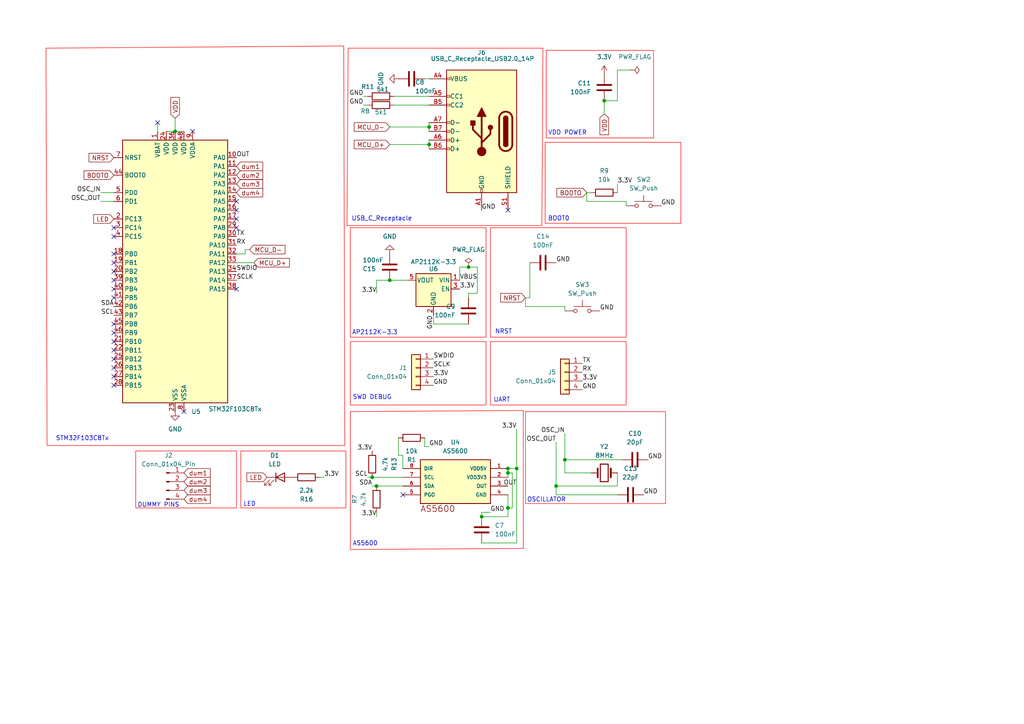
<source format=kicad_sch>
(kicad_sch (version 20250114) (generator "eeschema") (generator_version "9.0")
  (paper "A4")
  (lib_symbols
    (symbol "AS5600:AS5600" (pin_names (offset 1.016))
      (property "Reference" "U" (at 0 0 0))
      (property "Value" "AS5600" (at 0 0 0))
      (symbol "AS5600_0_0"
        (rectangle (start -10.16 -7.62) (end 10.16 5.08) (stroke (width 0.254)) (fill (type background)))
        (text "AS5600" (at 0 -10.16 0) (effects (font (size 1.778 1.778)) (justify left bottom)))
        (pin power_in line (at -15.24 2.54 0) (length 5.08) (name "VDD5V") (number "1"))
        (pin power_in line (at -15.24 0 0) (length 5.08) (name "VDD3V3") (number "2"))
        (pin output line (at -15.24 -2.54 0) (length 5.08) (name "OUT") (number "3"))
        (pin power_in line (at -15.24 -5.08 0) (length 5.08) (name "GND") (number "4"))
        (pin input line (at 15.24 2.54 180) (length 5.08) (name "DIR") (number "8"))
        (pin input line (at 15.24 0 180) (length 5.08) (name "SCL") (number "7"))
        (pin bidirectional line (at 15.24 -2.54 180) (length 5.08) (name "SDA") (number "6"))
        (pin input line (at 15.24 -5.08 180) (length 5.08) (name "PGO") (number "5"))
      )
    )
    (symbol "Connector:Conn_01x04_Pin" (pin_names (offset 1.016) (hide yes))
      (property "Reference" "J" (at 0 5.08 0))
      (property "Value" "Conn_01x04_Pin" (at 0 -7.62 0))
      (symbol "Conn_01x04_Pin_1_1"
        (rectangle (start 0.8636 2.667) (end 0 2.413) (stroke (width 0.1524)) (fill (type outline)))
        (rectangle (start 0.8636 0.127) (end 0 -0.127) (stroke (width 0.1524)) (fill (type outline)))
        (rectangle (start 0.8636 -2.413) (end 0 -2.667) (stroke (width 0.1524)) (fill (type outline)))
        (rectangle (start 0.8636 -4.953) (end 0 -5.207) (stroke (width 0.1524)) (fill (type outline)))
        (polyline (pts (xy 1.27 2.54) (xy 0.8636 2.54)) (stroke (width 0.1524)))
        (polyline (pts (xy 1.27 0) (xy 0.8636 0)) (stroke (width 0.1524)))
        (polyline (pts (xy 1.27 -2.54) (xy 0.8636 -2.54)) (stroke (width 0.1524)))
        (polyline (pts (xy 1.27 -5.08) (xy 0.8636 -5.08)) (stroke (width 0.1524)))
        (pin passive line (at 5.08 2.54 180) (length 3.81) (name "Pin_1") (number "1"))
        (pin passive line (at 5.08 0 180) (length 3.81) (name "Pin_2") (number "2"))
        (pin passive line (at 5.08 -2.54 180) (length 3.81) (name "Pin_3") (number "3"))
        (pin passive line (at 5.08 -5.08 180) (length 3.81) (name "Pin_4") (number "4"))
      )
    )
    (symbol "Connector:USB_C_Receptacle_USB2.0_14P" (pin_names (offset 1.016))
      (property "Reference" "J" (at 0 22.225 0))
      (property "Value" "USB_C_Receptacle_USB2.0_14P" (at 0 19.685 0))
      (symbol "USB_C_Receptacle_USB2.0_14P_0_0"
        (rectangle (start -0.254 -17.78) (end 0.254 -16.764))
        (rectangle (start 10.16 15.494) (end 9.144 14.986))
        (rectangle (start 10.16 10.414) (end 9.144 9.906))
        (rectangle (start 10.16 7.874) (end 9.144 7.366))
        (rectangle (start 10.16 2.794) (end 9.144 2.286))
        (rectangle (start 10.16 0.254) (end 9.144 -0.254))
        (rectangle (start 10.16 -2.286) (end 9.144 -2.794))
        (rectangle (start 10.16 -4.826) (end 9.144 -5.334))
      )
      (symbol "USB_C_Receptacle_USB2.0_14P_0_1"
        (rectangle (start -10.16 17.78) (end 10.16 -17.78) (stroke (width 0.254)) (fill (type background)))
        (polyline (pts (xy -8.89 -3.81) (xy -8.89 3.81)) (stroke (width 0.508)))
        (rectangle (start -7.62 -3.81) (end -6.35 3.81) (stroke (width 0.254)) (fill (type outline)))
        (arc (start -7.62 3.81) (mid -6.985 4.4423) (end -6.35 3.81) (stroke (width 0.254)))
        (arc (start -7.62 3.81) (mid -6.985 4.4423) (end -6.35 3.81) (stroke (width 0.254)) (fill (type outline)))
        (arc (start -8.89 3.81) (mid -6.985 5.7067) (end -5.08 3.81) (stroke (width 0.508)))
        (arc (start -5.08 -3.81) (mid -6.985 -5.7067) (end -8.89 -3.81) (stroke (width 0.508)))
        (arc (start -6.35 -3.81) (mid -6.985 -4.4423) (end -7.62 -3.81) (stroke (width 0.254)))
        (arc (start -6.35 -3.81) (mid -6.985 -4.4423) (end -7.62 -3.81) (stroke (width 0.254)) (fill (type outline)))
        (polyline (pts (xy -5.08 3.81) (xy -5.08 -3.81)) (stroke (width 0.508)))
        (circle (center -2.54 1.143) (radius 0.635) (stroke (width 0.254)) (fill (type outline)))
        (polyline (pts (xy -1.27 4.318) (xy 0 6.858) (xy 1.27 4.318) (xy -1.27 4.318)) (stroke (width 0.254)) (fill (type outline)))
        (polyline (pts (xy 0 -2.032) (xy 2.54 0.508) (xy 2.54 1.778)) (stroke (width 0.508)))
        (polyline (pts (xy 0 -3.302) (xy -2.54 -0.762) (xy -2.54 0.508)) (stroke (width 0.508)))
        (polyline (pts (xy 0 -5.842) (xy 0 4.318)) (stroke (width 0.508)))
        (circle (center 0 -5.842) (radius 1.27) (fill (type outline)))
        (rectangle (start 1.905 1.778) (end 3.175 3.048) (stroke (width 0.254)) (fill (type outline)))
      )
      (symbol "USB_C_Receptacle_USB2.0_14P_1_1"
        (pin passive line (at -7.62 -22.86 90) (length 5.08) (name "SHIELD") (number "S1"))
        (pin passive line (at 0 -22.86 90) (length 5.08) (name "GND") (number "A1"))
        (pin passive line (at 0 -22.86 90) (length 5.08) (hide yes) (name "GND") (number "A12"))
        (pin passive line (at 0 -22.86 90) (length 5.08) (hide yes) (name "GND") (number "B1"))
        (pin passive line (at 0 -22.86 90) (length 5.08) (hide yes) (name "GND") (number "B12"))
        (pin passive line (at 15.24 15.24 180) (length 5.08) (name "VBUS") (number "A4"))
        (pin passive line (at 15.24 15.24 180) (length 5.08) (hide yes) (name "VBUS") (number "A9"))
        (pin passive line (at 15.24 15.24 180) (length 5.08) (hide yes) (name "VBUS") (number "B4"))
        (pin passive line (at 15.24 15.24 180) (length 5.08) (hide yes) (name "VBUS") (number "B9"))
        (pin bidirectional line (at 15.24 10.16 180) (length 5.08) (name "CC1") (number "A5"))
        (pin bidirectional line (at 15.24 7.62 180) (length 5.08) (name "CC2") (number "B5"))
        (pin bidirectional line (at 15.24 2.54 180) (length 5.08) (name "D-") (number "A7"))
        (pin bidirectional line (at 15.24 0 180) (length 5.08) (name "D-") (number "B7"))
        (pin bidirectional line (at 15.24 -2.54 180) (length 5.08) (name "D+") (number "A6"))
        (pin bidirectional line (at 15.24 -5.08 180) (length 5.08) (name "D+") (number "B6"))
      )
    )
    (symbol "Connector_Generic:Conn_01x04" (pin_names (offset 1.016) (hide yes))
      (property "Reference" "J" (at 0 5.08 0))
      (property "Value" "Conn_01x04" (at 0 -7.62 0))
      (symbol "Conn_01x04_1_1"
        (rectangle (start -1.27 3.81) (end 1.27 -6.35) (stroke (width 0.254)) (fill (type background)))
        (rectangle (start -1.27 2.667) (end 0 2.413) (stroke (width 0.1524)))
        (rectangle (start -1.27 0.127) (end 0 -0.127) (stroke (width 0.1524)))
        (rectangle (start -1.27 -2.413) (end 0 -2.667) (stroke (width 0.1524)))
        (rectangle (start -1.27 -4.953) (end 0 -5.207) (stroke (width 0.1524)))
        (pin passive line (at -5.08 2.54 0) (length 3.81) (name "Pin_1") (number "1"))
        (pin passive line (at -5.08 0 0) (length 3.81) (name "Pin_2") (number "2"))
        (pin passive line (at -5.08 -2.54 0) (length 3.81) (name "Pin_3") (number "3"))
        (pin passive line (at -5.08 -5.08 0) (length 3.81) (name "Pin_4") (number "4"))
      )
    )
    (symbol "Device:C" (pin_numbers (hide yes)) (pin_names (offset 0.254))
      (property "Reference" "C" (at 0.635 2.54 0))
      (property "Value" "C" (at 0.635 -2.54 0))
      (symbol "C_0_1"
        (polyline (pts (xy -2.032 0.762) (xy 2.032 0.762)) (stroke (width 0.508)))
        (polyline (pts (xy -2.032 -0.762) (xy 2.032 -0.762)) (stroke (width 0.508)))
      )
      (symbol "C_1_1"
        (pin passive line (at 0 3.81 270) (length 2.794) (name "~") (number "1"))
        (pin passive line (at 0 -3.81 90) (length 2.794) (name "~") (number "2"))
      )
    )
    (symbol "Device:Crystal" (pin_numbers (hide yes)) (pin_names (offset 1.016) (hide yes))
      (property "Reference" "Y" (at 0 3.81 0))
      (property "Value" "Crystal" (at 0 -3.81 0))
      (symbol "Crystal_0_1"
        (polyline (pts (xy -2.54 0) (xy -1.905 0)))
        (polyline (pts (xy -1.905 -1.27) (xy -1.905 1.27)) (stroke (width 0.508)))
        (rectangle (start -1.143 2.54) (end 1.143 -2.54) (stroke (width 0.3048)))
        (polyline (pts (xy 1.905 -1.27) (xy 1.905 1.27)) (stroke (width 0.508)))
        (polyline (pts (xy 2.54 0) (xy 1.905 0)))
      )
      (symbol "Crystal_1_1"
        (pin passive line (at -3.81 0 0) (length 1.27) (name "1") (number "1"))
        (pin passive line (at 3.81 0 180) (length 1.27) (name "2") (number "2"))
      )
    )
    (symbol "Device:LED" (pin_numbers (hide yes)) (pin_names (offset 1.016) (hide yes))
      (property "Reference" "D" (at 0 2.54 0))
      (property "Value" "LED" (at 0 -2.54 0))
      (symbol "LED_0_1"
        (polyline (pts (xy -3.048 -0.762) (xy -4.572 -2.286) (xy -3.81 -2.286) (xy -4.572 -2.286) (xy -4.572 -1.524)))
        (polyline (pts (xy -1.778 -0.762) (xy -3.302 -2.286) (xy -2.54 -2.286) (xy -3.302 -2.286) (xy -3.302 -1.524)))
        (polyline (pts (xy -1.27 0) (xy 1.27 0)))
        (polyline (pts (xy -1.27 -1.27) (xy -1.27 1.27)) (stroke (width 0.254)))
        (polyline (pts (xy 1.27 -1.27) (xy 1.27 1.27) (xy -1.27 0) (xy 1.27 -1.27)) (stroke (width 0.254)))
      )
      (symbol "LED_1_1"
        (pin passive line (at -3.81 0 0) (length 2.54) (name "K") (number "1"))
        (pin passive line (at 3.81 0 180) (length 2.54) (name "A") (number "2"))
      )
    )
    (symbol "Device:R" (pin_numbers (hide yes)) (pin_names (offset 0))
      (property "Reference" "R" (at 2.032 0 90))
      (property "Value" "R" (at 0 0 90))
      (symbol "R_0_1"
        (rectangle (start -1.016 -2.54) (end 1.016 2.54) (stroke (width 0.254)))
      )
      (symbol "R_1_1"
        (pin passive line (at 0 3.81 270) (length 1.27) (name "~") (number "1"))
        (pin passive line (at 0 -3.81 90) (length 1.27) (name "~") (number "2"))
      )
    )
    (symbol "MCU_ST_STM32F1:STM32F103C8Tx"
      (property "Reference" "U" (at -15.24 39.37 0))
      (property "Value" "STM32F103C8Tx" (at 7.62 39.37 0))
      (symbol "STM32F103C8Tx_0_1"
        (rectangle (start -15.24 -38.1) (end 15.24 38.1) (stroke (width 0.254)) (fill (type background)))
      )
      (symbol "STM32F103C8Tx_1_1"
        (pin input line (at -17.78 33.02 0) (length 2.54) (name "NRST") (number "7"))
        (pin input line (at -17.78 27.94 0) (length 2.54) (name "BOOT0") (number "44"))
        (pin bidirectional line (at -17.78 22.86 0) (length 2.54) (name "PD0") (number "5"))
        (pin bidirectional line (at -17.78 20.32 0) (length 2.54) (name "PD1") (number "6"))
        (pin bidirectional line (at -17.78 15.24 0) (length 2.54) (name "PC13") (number "2"))
        (pin bidirectional line (at -17.78 12.7 0) (length 2.54) (name "PC14") (number "3"))
        (pin bidirectional line (at -17.78 10.16 0) (length 2.54) (name "PC15") (number "4"))
        (pin bidirectional line (at -17.78 5.08 0) (length 2.54) (name "PB0") (number "18"))
        (pin bidirectional line (at -17.78 2.54 0) (length 2.54) (name "PB1") (number "19"))
        (pin bidirectional line (at -17.78 0 0) (length 2.54) (name "PB2") (number "20"))
        (pin bidirectional line (at -17.78 -2.54 0) (length 2.54) (name "PB3") (number "39"))
        (pin bidirectional line (at -17.78 -5.08 0) (length 2.54) (name "PB4") (number "40"))
        (pin bidirectional line (at -17.78 -7.62 0) (length 2.54) (name "PB5") (number "41"))
        (pin bidirectional line (at -17.78 -10.16 0) (length 2.54) (name "PB6") (number "42"))
        (pin bidirectional line (at -17.78 -12.7 0) (length 2.54) (name "PB7") (number "43"))
        (pin bidirectional line (at -17.78 -15.24 0) (length 2.54) (name "PB8") (number "45"))
        (pin bidirectional line (at -17.78 -17.78 0) (length 2.54) (name "PB9") (number "46"))
        (pin bidirectional line (at -17.78 -20.32 0) (length 2.54) (name "PB10") (number "21"))
        (pin bidirectional line (at -17.78 -22.86 0) (length 2.54) (name "PB11") (number "22"))
        (pin bidirectional line (at -17.78 -25.4 0) (length 2.54) (name "PB12") (number "25"))
        (pin bidirectional line (at -17.78 -27.94 0) (length 2.54) (name "PB13") (number "26"))
        (pin bidirectional line (at -17.78 -30.48 0) (length 2.54) (name "PB14") (number "27"))
        (pin bidirectional line (at -17.78 -33.02 0) (length 2.54) (name "PB15") (number "28"))
        (pin power_in line (at -5.08 40.64 270) (length 2.54) (name "VBAT") (number "1"))
        (pin power_in line (at -2.54 40.64 270) (length 2.54) (name "VDD") (number "24"))
        (pin power_in line (at 0 40.64 270) (length 2.54) (name "VDD") (number "36"))
        (pin power_in line (at 0 -40.64 90) (length 2.54) (name "VSS") (number "23"))
        (pin passive line (at 0 -40.64 90) (length 2.54) (hide yes) (name "VSS") (number "35"))
        (pin passive line (at 0 -40.64 90) (length 2.54) (hide yes) (name "VSS") (number "47"))
        (pin power_in line (at 2.54 40.64 270) (length 2.54) (name "VDD") (number "48"))
        (pin power_in line (at 2.54 -40.64 90) (length 2.54) (name "VSSA") (number "8"))
        (pin power_in line (at 5.08 40.64 270) (length 2.54) (name "VDDA") (number "9"))
        (pin bidirectional line (at 17.78 33.02 180) (length 2.54) (name "PA0") (number "10"))
        (pin bidirectional line (at 17.78 30.48 180) (length 2.54) (name "PA1") (number "11"))
        (pin bidirectional line (at 17.78 27.94 180) (length 2.54) (name "PA2") (number "12"))
        (pin bidirectional line (at 17.78 25.4 180) (length 2.54) (name "PA3") (number "13"))
        (pin bidirectional line (at 17.78 22.86 180) (length 2.54) (name "PA4") (number "14"))
        (pin bidirectional line (at 17.78 20.32 180) (length 2.54) (name "PA5") (number "15"))
        (pin bidirectional line (at 17.78 17.78 180) (length 2.54) (name "PA6") (number "16"))
        (pin bidirectional line (at 17.78 15.24 180) (length 2.54) (name "PA7") (number "17"))
        (pin bidirectional line (at 17.78 12.7 180) (length 2.54) (name "PA8") (number "29"))
        (pin bidirectional line (at 17.78 10.16 180) (length 2.54) (name "PA9") (number "30"))
        (pin bidirectional line (at 17.78 7.62 180) (length 2.54) (name "PA10") (number "31"))
        (pin bidirectional line (at 17.78 5.08 180) (length 2.54) (name "PA11") (number "32"))
        (pin bidirectional line (at 17.78 2.54 180) (length 2.54) (name "PA12") (number "33"))
        (pin bidirectional line (at 17.78 0 180) (length 2.54) (name "PA13") (number "34"))
        (pin bidirectional line (at 17.78 -2.54 180) (length 2.54) (name "PA14") (number "37"))
        (pin bidirectional line (at 17.78 -5.08 180) (length 2.54) (name "PA15") (number "38"))
      )
    )
    (symbol "Regulator_Linear:AP2112K-3.3" (pin_names (offset 0.254))
      (property "Reference" "U" (at -5.08 5.715 0))
      (property "Value" "AP2112K-3.3" (at 0 5.715 0))
      (symbol "AP2112K-3.3_0_1"
        (rectangle (start -5.08 4.445) (end 5.08 -5.08) (stroke (width 0.254)) (fill (type background)))
      )
      (symbol "AP2112K-3.3_1_1"
        (pin power_in line (at -7.62 2.54 0) (length 2.54) (name "VIN") (number "1"))
        (pin input line (at -7.62 0 0) (length 2.54) (name "EN") (number "3"))
        (pin power_in line (at 0 -7.62 90) (length 2.54) (name "GND") (number "2"))
        (pin no_connect line (at 5.08 0 180) (length 2.54) (hide yes) (name "NC") (number "4"))
        (pin power_out line (at 7.62 2.54 180) (length 2.54) (name "VOUT") (number "5"))
      )
    )
    (symbol "Switch:SW_Push" (pin_numbers (hide yes)) (pin_names (offset 1.016) (hide yes))
      (property "Reference" "SW" (at 1.27 2.54 0))
      (property "Value" "SW_Push" (at 0 -1.524 0))
      (symbol "SW_Push_0_1"
        (circle (center -2.032 0) (radius 0.508))
        (polyline (pts (xy 0 1.27) (xy 0 3.048)))
        (circle (center 2.032 0) (radius 0.508))
        (polyline (pts (xy 2.54 1.27) (xy -2.54 1.27)))
        (pin passive line (at -5.08 0 0) (length 2.54) (name "1") (number "1"))
        (pin passive line (at 5.08 0 180) (length 2.54) (name "2") (number "2"))
      )
    )
    (symbol "power:+3.3V" (power) (pin_numbers (hide yes)) (pin_names (offset 0) (hide yes))
      (property "Value" "+3.3V" (at 0 3.556 0))
      (symbol "+3.3V_0_1"
        (polyline (pts (xy -0.762 1.27) (xy 0 2.54)))
        (polyline (pts (xy 0 2.54) (xy 0.762 1.27)))
        (polyline (pts (xy 0 0) (xy 0 2.54)))
      )
      (symbol "+3.3V_1_1"
        (pin power_in line (at 0 0 90) (length 0) (name "~") (number "1"))
      )
    )
    (symbol "power:GND" (power) (pin_numbers (hide yes)) (pin_names (offset 0) (hide yes))
      (property "Value" "GND" (at 0 -3.81 0))
      (symbol "GND_0_1"
        (polyline (pts (xy 0 0) (xy 0 -1.27) (xy 1.27 -1.27) (xy 0 -2.54) (xy -1.27 -1.27) (xy 0 -1.27)))
      )
      (symbol "GND_1_1"
        (pin power_in line (at 0 0 270) (length 0) (name "~") (number "1"))
      )
    )
    (symbol "power:PWR_FLAG" (power) (pin_numbers (hide yes)) (pin_names (offset 0) (hide yes))
      (property "Value" "PWR_FLAG" (at 0 3.81 0))
      (symbol "PWR_FLAG_0_0"
        (pin power_out line (at 0 0 90) (length 0) (name "~") (number "1"))
      )
      (symbol "PWR_FLAG_0_1"
        (polyline (pts (xy 0 0) (xy 0 1.27) (xy -1.016 1.905) (xy 0 2.54) (xy 1.016 1.905) (xy 0 1.27)))
      )
    )
  )
  (text "VDD POWER\n" (at 164.592 38.608 0) (effects (font (size 1.27 1.27))))
  (text "AP2112K-3.3\n" (at 108.712 96.52 0) (effects (font (size 1.27 1.27))))
  (text "UART\n" (at 145.542 116.078 0) (effects (font (size 1.27 1.27))))
  (text "STM32F103C8Tx" (at 23.876 127.254 0) (effects (font (size 1.27 1.27))))
  (text "DUMMY PINS\n" (at 45.974 146.558 0) (effects (font (size 1.27 1.27))))
  (text "BOOT0\n\n" (at 162.052 64.516 0) (effects (font (size 1.27 1.27))))
  (text "USB_C_Receptacle\n" (at 110.744 63.5 0) (effects (font (size 1.27 1.27))))
  (text "LED\n" (at 72.39 146.304 0) (effects (font (size 1.27 1.27))))
  (text "NRST\n" (at 146.05 96.266 0) (effects (font (size 1.27 1.27))))
  (text "SWD DEBUG\n\n" (at 107.95 116.332 0) (effects (font (size 1.27 1.27))))
  (text "OSCILLATOR\n" (at 158.496 145.034 0) (effects (font (size 1.27 1.27))))
  (text "AS5600\n" (at 105.918 157.734 0) (effects (font (size 1.27 1.27))))
  (junction (at 113.03 81.28))
  (junction (at 149.86 135.89))
  (junction (at 124.46 36.83))
  (junction (at 163.83 133.35))
  (junction (at 135.89 77.47))
  (junction (at 109.22 140.97))
  (junction (at 161.29 140.97))
  (junction (at 147.32 147.32))
  (junction (at 50.8 38.1))
  (junction (at 124.46 41.91))
  (junction (at 139.7 149.86))
  (junction (at 147.32 137.16))
  (junction (at 107.95 138.43))
  (junction (at 147.32 135.89))
  (junction (at 175.26 29.21))
  (no_connect (at 33.02 86.36))
  (no_connect (at 33.02 73.66))
  (no_connect (at 116.84 143.51))
  (no_connect (at 68.58 66.04))
  (no_connect (at 68.58 63.5))
  (no_connect (at 33.02 109.22))
  (no_connect (at 33.02 106.68))
  (no_connect (at 33.02 81.28))
  (no_connect (at 33.02 76.2))
  (no_connect (at 33.02 66.04))
  (no_connect (at 33.02 68.58))
  (no_connect (at 45.72 35.56))
  (no_connect (at 147.32 60.96))
  (no_connect (at 55.88 38.1))
  (no_connect (at 33.02 101.6))
  (no_connect (at 33.02 93.98))
  (no_connect (at 68.58 83.82))
  (no_connect (at 33.02 99.06))
  (no_connect (at 33.02 78.74))
  (no_connect (at 33.02 96.52))
  (no_connect (at 33.02 104.14))
  (no_connect (at 53.34 119.38))
  (no_connect (at 33.02 83.82))
  (no_connect (at 33.02 111.76))
  (no_connect (at 68.58 60.96))
  (no_connect (at 68.58 58.42))
  (wire (pts (xy 124.46 41.91) (xy 124.46 43.18)))
  (wire (pts (xy 135.89 86.36) (xy 135.89 85.09)))
  (wire (pts (xy 124.46 40.64) (xy 124.46 41.91)))
  (wire (pts (xy 116.84 132.08) (xy 116.84 135.89)))
  (wire (pts (xy 72.39 72.39) (xy 71.12 72.39)))
  (wire (pts (xy 123.19 22.86) (xy 124.46 22.86)))
  (wire (pts (xy 147.32 149.86) (xy 139.7 149.86)))
  (wire (pts (xy 161.29 140.97) (xy 161.29 143.51)))
  (wire (pts (xy 71.12 73.66) (xy 68.58 73.66)))
  (wire (pts (xy 142.24 148.59) (xy 139.7 148.59)))
  (wire (pts (xy 180.34 133.35) (xy 163.83 133.35)))
  (wire (pts (xy 163.83 137.16) (xy 163.83 133.35)))
  (wire (pts (xy 139.7 157.48) (xy 149.86 157.48)))
  (wire (pts (xy 106.68 27.94) (xy 105.41 27.94)))
  (wire (pts (xy 179.07 53.34) (xy 179.07 55.88)))
  (wire (pts (xy 153.67 86.36) (xy 152.4 86.36)))
  (wire (pts (xy 109.22 149.86) (xy 109.22 148.59)))
  (wire (pts (xy 92.71 138.43) (xy 93.98 138.43)))
  (wire (pts (xy 109.22 140.97) (xy 116.84 140.97)))
  (wire (pts (xy 147.32 147.32) (xy 147.32 149.86)))
  (wire (pts (xy 161.29 128.27) (xy 161.29 140.97)))
  (wire (pts (xy 149.86 124.46) (xy 149.86 135.89)))
  (wire (pts (xy 147.32 137.16) (xy 147.32 138.43)))
  (wire (pts (xy 106.68 30.48) (xy 105.41 30.48)))
  (wire (pts (xy 149.86 135.89) (xy 149.86 157.48)))
  (wire (pts (xy 107.95 140.97) (xy 109.22 140.97)))
  (wire (pts (xy 109.22 85.09) (xy 109.22 81.28)))
  (wire (pts (xy 147.32 147.32) (xy 148.59 147.32)))
  (wire (pts (xy 135.89 85.09) (xy 138.43 85.09)))
  (wire (pts (xy 179.07 20.32) (xy 182.88 20.32)))
  (wire (pts (xy 124.46 35.56) (xy 124.46 36.83)))
  (wire (pts (xy 170.18 55.88) (xy 170.18 58.42)))
  (wire (pts (xy 138.43 77.47) (xy 135.89 77.47)))
  (wire (pts (xy 48.26 38.1) (xy 50.8 38.1)))
  (wire (pts (xy 124.46 30.48) (xy 114.3 30.48)))
  (wire (pts (xy 152.4 88.9) (xy 163.83 88.9)))
  (wire (pts (xy 107.95 138.43) (xy 116.84 138.43)))
  (wire (pts (xy 146.05 140.97) (xy 147.32 140.97)))
  (wire (pts (xy 116.84 132.08) (xy 115.57 132.08)))
  (wire (pts (xy 29.21 55.88) (xy 33.02 55.88)))
  (wire (pts (xy 45.72 35.56) (xy 45.72 38.1)))
  (wire (pts (xy 71.12 72.39) (xy 71.12 73.66)))
  (wire (pts (xy 163.83 133.35) (xy 163.83 125.73)))
  (wire (pts (xy 133.35 77.47) (xy 133.35 81.28)))
  (wire (pts (xy 73.66 76.2) (xy 68.58 76.2)))
  (wire (pts (xy 113.03 41.91) (xy 124.46 41.91)))
  (wire (pts (xy 147.32 143.51) (xy 147.32 147.32)))
  (wire (pts (xy 153.67 76.2) (xy 153.67 86.36)))
  (wire (pts (xy 175.26 29.21) (xy 179.07 29.21)))
  (wire (pts (xy 135.89 77.47) (xy 133.35 77.47)))
  (wire (pts (xy 124.46 27.94) (xy 114.3 27.94)))
  (wire (pts (xy 179.07 20.32) (xy 179.07 29.21)))
  (wire (pts (xy 50.8 34.29) (xy 50.8 38.1)))
  (wire (pts (xy 125.73 91.44) (xy 125.73 93.98)))
  (wire (pts (xy 152.4 86.36) (xy 152.4 88.9)))
  (wire (pts (xy 179.07 143.51) (xy 161.29 143.51)))
  (wire (pts (xy 107.95 138.43) (xy 106.68 138.43)))
  (wire (pts (xy 139.7 149.86) (xy 139.7 148.59)))
  (wire (pts (xy 115.57 127) (xy 115.57 132.08)))
  (wire (pts (xy 171.45 137.16) (xy 163.83 137.16)))
  (wire (pts (xy 149.86 135.89) (xy 147.32 135.89)))
  (wire (pts (xy 171.45 55.88) (xy 170.18 55.88)))
  (wire (pts (xy 147.32 135.89) (xy 147.32 137.16)))
  (wire (pts (xy 148.59 137.16) (xy 147.32 137.16)))
  (wire (pts (xy 124.46 36.83) (xy 124.46 38.1)))
  (wire (pts (xy 181.61 58.42) (xy 181.61 59.69)))
  (wire (pts (xy 124.46 129.54) (xy 123.19 129.54)))
  (wire (pts (xy 148.59 137.16) (xy 148.59 147.32)))
  (wire (pts (xy 29.21 58.42) (xy 33.02 58.42)))
  (wire (pts (xy 138.43 85.09) (xy 138.43 77.47)))
  (wire (pts (xy 113.03 81.28) (xy 118.11 81.28)))
  (wire (pts (xy 50.8 38.1) (xy 53.34 38.1)))
  (wire (pts (xy 170.18 58.42) (xy 181.61 58.42)))
  (wire (pts (xy 123.19 129.54) (xy 123.19 127)))
  (wire (pts (xy 179.07 140.97) (xy 179.07 137.16)))
  (wire (pts (xy 161.29 140.97) (xy 179.07 140.97)))
  (wire (pts (xy 135.89 93.98) (xy 125.73 93.98)))
  (wire (pts (xy 109.22 81.28) (xy 113.03 81.28)))
  (wire (pts (xy 163.83 88.9) (xy 163.83 90.17)))
  (wire (pts (xy 113.03 36.83) (xy 124.46 36.83)))
  (wire (pts (xy 175.26 29.21) (xy 175.26 33.02)))
  (label "SCL" (at 33.02 91.44 180))
  (label "SWDIO" (at 125.73 104.14 0))
  (label "OSC_OUT" (at 161.29 128.27 180))
  (label "GND" (at 125.73 111.76 0))
  (label "3.3V" (at 133.35 83.82 0))
  (label "TX" (at 168.91 105.41 0))
  (label "TX" (at 68.58 68.58 0))
  (label "GND" (at 187.96 133.35 0))
  (label "3.3V" (at 149.86 124.46 180))
  (label "SCLK" (at 68.58 81.28 0))
  (label "3.3V" (at 93.98 138.43 0))
  (label "OSC_IN" (at 29.21 55.88 180))
  (label "3.3V" (at 109.22 85.09 180))
  (label "SCLK" (at 125.73 106.68 0))
  (label "OUT" (at 68.58 45.72 0))
  (label "GND" (at 191.77 59.69 0))
  (label "3.3V" (at 179.07 53.34 0))
  (label "GND" (at 105.41 30.48 180))
  (label "GND" (at 139.7 60.96 0))
  (label "VBUS" (at 133.35 81.28 0))
  (label "GND" (at 105.41 27.94 180))
  (label "3.3V" (at 168.91 110.49 0))
  (label "OUT" (at 146.05 140.97 0))
  (label "SDA" (at 107.95 140.97 180))
  (label "RX" (at 68.58 71.12 0))
  (label "3.3V" (at 107.95 130.81 180))
  (label "GND" (at 168.91 113.03 0))
  (label "OSC_OUT" (at 29.21 58.42 180))
  (label "RX" (at 168.91 107.95 0))
  (label "GND" (at 173.99 90.17 0))
  (label "GND" (at 161.29 76.2 0))
  (label "GND" (at 125.73 91.44 270))
  (label "GND" (at 186.69 143.51 0))
  (label "3.3V" (at 109.22 149.86 180))
  (label "SCL" (at 106.68 138.43 180))
  (label "GND" (at 124.46 129.54 0))
  (label "GND" (at 142.24 148.59 0))
  (label "SDA" (at 33.02 88.9 180))
  (label "3.3V" (at 125.73 109.22 0))
  (label "OSC_IN" (at 163.83 125.73 180))
  (label "SWDIO" (at 68.58 78.74 0))
  (global_label "MCU_D+" (shape input) (at 113.03 41.91 180) (property "Intersheetrefs" "${INTERSHEET_REFS}" (effects (hide yes))))
  (global_label "VDD" (shape input) (at 175.26 33.02 270) (property "Intersheetrefs" "${INTERSHEET_REFS}" (effects (hide yes))))
  (global_label "dum1" (shape input) (at 53.34 137.16 0) (property "Intersheetrefs" "${INTERSHEET_REFS}" (effects (hide yes))))
  (global_label "BOOTO" (shape input) (at 33.02 50.8 180) (property "Intersheetrefs" "${INTERSHEET_REFS}" (effects (hide yes))))
  (global_label "VDD" (shape input) (at 50.8 34.29 90) (property "Intersheetrefs" "${INTERSHEET_REFS}" (effects (hide yes))))
  (global_label "dum2" (shape input) (at 68.58 50.8 0) (property "Intersheetrefs" "${INTERSHEET_REFS}" (effects (hide yes))))
  (global_label "dum3" (shape input) (at 68.58 53.34 0) (property "Intersheetrefs" "${INTERSHEET_REFS}" (effects (hide yes))))
  (global_label "NRST" (shape input) (at 33.02 45.72 180) (property "Intersheetrefs" "${INTERSHEET_REFS}" (effects (hide yes))))
  (global_label "LED" (shape input) (at 77.47 138.43 180) (property "Intersheetrefs" "${INTERSHEET_REFS}" (effects (hide yes))))
  (global_label "dum2" (shape input) (at 53.34 139.7 0) (property "Intersheetrefs" "${INTERSHEET_REFS}" (effects (hide yes))))
  (global_label "dum3" (shape input) (at 53.34 142.24 0) (property "Intersheetrefs" "${INTERSHEET_REFS}" (effects (hide yes))))
  (global_label "dum1" (shape input) (at 68.58 48.26 0) (property "Intersheetrefs" "${INTERSHEET_REFS}" (effects (hide yes))))
  (global_label "dum4" (shape input) (at 53.34 144.78 0) (property "Intersheetrefs" "${INTERSHEET_REFS}" (effects (hide yes))))
  (global_label "MCU_D-" (shape input) (at 72.39 72.39 0) (property "Intersheetrefs" "${INTERSHEET_REFS}" (effects (hide yes))))
  (global_label "MCU_D+" (shape input) (at 73.66 76.2 0) (property "Intersheetrefs" "${INTERSHEET_REFS}" (effects (hide yes))))
  (global_label "dum4" (shape input) (at 68.58 55.88 0) (property "Intersheetrefs" "${INTERSHEET_REFS}" (effects (hide yes))))
  (global_label "LED" (shape input) (at 33.02 63.5 180) (property "Intersheetrefs" "${INTERSHEET_REFS}" (effects (hide yes))))
  (global_label "MCU_D-" (shape input) (at 113.03 36.83 180) (property "Intersheetrefs" "${INTERSHEET_REFS}" (effects (hide yes))))
  (global_label "BOOTO" (shape input) (at 170.18 55.88 180) (property "Intersheetrefs" "${INTERSHEET_REFS}" (effects (hide yes))))
  (global_label "NRST" (shape input) (at 152.4 86.36 180) (property "Intersheetrefs" "${INTERSHEET_REFS}" (effects (hide yes))))
  (rule_area (polyline (pts (xy 157.48 13.97) (xy 100.965 13.97) (xy 100.6474 65.405) (xy 157.1624 65.405))))
  (rule_area (polyline (pts (xy 197.485 41.275) (xy 158.115 41.275) (xy 158.115 64.77) (xy 197.485 64.77))))
  (rule_area (polyline (pts (xy 69.85 130.81) (xy 100.33 130.81) (xy 100.33 147.32) (xy 69.85 147.32))))
  (rule_area (polyline (pts (xy 151.765 119.0625) (xy 101.6 119.38) (xy 101.6 159.385) (xy 151.765 159.0675))))
  (rule_area (polyline (pts (xy 181.61 66.04) (xy 142.24 66.04) (xy 142.24 97.79) (xy 181.61 97.79))))
  (rule_area (polyline (pts (xy 189.5476 14.605) (xy 158.4326 14.605) (xy 158.4325 40.005) (xy 189.5475 40.005))))
  (rule_area (polyline (pts (xy 181.61 99.06) (xy 142.24 99.06) (xy 142.24 117.475) (xy 181.61 117.475))))
  (rule_area (polyline (pts (xy 39.37 130.81) (xy 68.58 130.81) (xy 68.58 147.32) (xy 39.37 147.32))))
  (rule_area (polyline (pts (xy 193.04 119.38) (xy 152.4 119.38) (xy 152.4 146.05) (xy 193.04 146.05))))
  (rule_area (polyline (pts (xy 13.335 13.97) (xy 99.695 13.335) (xy 100.0124 129.2224) (xy 13.6524 129.2224))))
  (rule_area (polyline (pts (xy 140.97 66.04) (xy 101.6 66.04) (xy 101.6 97.79) (xy 140.97 97.79))))
  (rule_area (polyline (pts (xy 140.97 99.06) (xy 101.6 99.06) (xy 101.6 117.475) (xy 140.97 117.475))))
  (symbol (lib_id "power:GND") (at 50.8 119.38 0) (unit 1)
    (property "Reference" "#PWR02" (effects (hide yes)))
    (property "Value" "GND" (at 50.8 124.46 0))
    (property "Description" "Power symbol creates a global label with name \"GND\" , ground" (effects (hide yes)))
  )
  (symbol (lib_id "Device:C") (at 139.7 153.67 0) (unit 1)
    (property "Reference" "C7" (at 143.51 152.3999 0) (effects (justify left)))
    (property "Value" "100nF" (at 143.51 154.9399 0) (effects (justify left)))
    (property "Footprint" "Capacitor_SMD:C_0603_1608Metric_Pad1.08x0.95mm_HandSolder" (effects (hide yes)))
    (property "Description" "Unpolarized capacitor" (effects (hide yes)))
  )
  (symbol (lib_id "power:GND") (at 115.57 22.86 270) (unit 1)
    (property "Reference" "#PWR0101" (effects (hide yes)))
    (property "Value" "GND" (at 110.49 22.86 0))
    (property "Description" "Power symbol creates a global label with name \"GND\" , ground" (effects (hide yes)))
  )
  (symbol (lib_id "Device:R") (at 107.95 134.62 0) (mirror y) (unit 1)
    (property "Reference" "R13" (at 114.3 134.62 90))
    (property "Value" "4.7k" (at 111.76 134.62 90))
    (property "Footprint" "Resistor_SMD:R_0603_1608Metric_Pad0.98x0.95mm_HandSolder" (effects (hide yes)))
    (property "Description" "Resistor" (effects (hide yes)))
  )
  (symbol (lib_id "Device:C") (at 113.03 77.47 0) (mirror y) (unit 1)
    (property "Reference" "C15" (at 105.156 77.978 0) (effects (justify right)))
    (property "Value" "100nF" (at 105.156 75.438 0) (effects (justify right)))
    (property "Footprint" "Capacitor_SMD:C_0603_1608Metric_Pad1.08x0.95mm_HandSolder" (effects (hide yes)))
    (property "Description" "Unpolarized capacitor" (effects (hide yes)))
  )
  (symbol (lib_id "AS5600:AS5600") (at 132.08 138.43 0) (mirror y) (unit 1)
    (property "Reference" "U4" (at 132.0726 128.27 0))
    (property "Value" "AS5600" (at 132.0726 130.81 0))
    (property "Footprint" "AS5600:SOIC8" (effects (hide yes)))
    (property "MF" "Ams AG" (effects (hide yes)))
    (property "Description_1" "Hall Effect Sensor Rotary Position External Magnet, Not Included Gull Wing" (effects (hide yes)))
    (property "Package" "None" (effects (hide yes)))
    (property "Price" "None" (effects (hide yes)))
    (property "SnapEDA_Link" "https://www.snapeda.com/parts/AS5600/ams/view-part/?ref=snap" (effects (hide yes)))
    (property "MP" "AS5600" (effects (hide yes)))
    (property "Availability" "Not in stock" (effects (hide yes)))
    (property "Check_prices" "https://www.snapeda.com/parts/AS5600/ams/view-part/?ref=eda" (effects (hide yes)))
  )
  (symbol (lib_id "Device:R") (at 110.49 30.48 90) (mirror x) (unit 1)
    (property "Reference" "R8" (at 105.918 32.258 90))
    (property "Value" "5k1" (at 110.49 32.512 90))
    (property "Footprint" "Resistor_SMD:R_0603_1608Metric_Pad0.98x0.95mm_HandSolder" (effects (hide yes)))
    (property "Description" "Resistor" (effects (hide yes)))
  )
  (symbol (lib_id "Device:C") (at 119.38 22.86 90) (mirror x) (unit 1)
    (property "Reference" "C8" (at 120.396 23.876 90) (effects (justify right)))
    (property "Value" "100nF" (at 120.396 26.416 90) (effects (justify right)))
    (property "Footprint" "Capacitor_SMD:C_0603_1608Metric_Pad1.08x0.95mm_HandSolder" (effects (hide yes)))
    (property "Description" "Unpolarized capacitor" (effects (hide yes)))
  )
  (symbol (lib_id "MCU_ST_STM32F1:STM32F103C8Tx") (at 50.8 78.74 0) (unit 1)
    (property "Reference" "U5" (at 55.4833 119.38 0) (effects (justify left)))
    (property "Value" "STM32F103C8Tx" (at 60.452 118.618 0) (effects (justify left)))
    (property "Footprint" "Package_QFP:LQFP-48_7x7mm_P0.5mm" (effects (hide yes)))
    (property "Datasheet" "https://www.st.com/resource/en/datasheet/stm32f103c8.pdf" (effects (hide yes)))
    (property "Description" "STMicroelectronics Arm Cortex-M3 MCU, 64KB flash, 20KB RAM, 72 MHz, 2.0-3.6V, 37 GPIO, LQFP48" (effects (hide yes)))
  )
  (symbol (lib_id "Device:Crystal") (at 175.26 137.16 0) (mirror y) (unit 1)
    (property "Reference" "Y2" (at 175.26 129.54 0))
    (property "Value" "8MHz" (at 175.26 132.08 0))
    (property "Footprint" "Crystal:Crystal_SMD_HC49-SD" (effects (hide yes)))
    (property "Description" "Two pin crystal" (effects (hide yes)))
  )
  (symbol (lib_id "power:GND") (at 113.03 73.66 180) (unit 1)
    (property "Reference" "#PWR04" (effects (hide yes)))
    (property "Value" "GND" (at 113.03 68.58 0))
    (property "Description" "Power symbol creates a global label with name \"GND\" , ground" (effects (hide yes)))
  )
  (symbol (lib_id "Connector:USB_C_Receptacle_USB2.0_14P") (at 139.7 38.1 0) (mirror y) (unit 1)
    (property "Reference" "J6" (at 139.7 15.24 0))
    (property "Value" "USB_C_Receptacle_USB2.0_14P" (at 139.954 17.018 0))
    (property "Footprint" "Connector_USB:USB_C_Receptacle_HRO_TYPE-C-31-M-12" (effects (hide yes)))
    (property "Datasheet" "https://www.usb.org/sites/default/files/documents/usb_type-c.zip" (effects (hide yes)))
    (property "Description" "USB 2.0-only 14P Type-C Receptacle connector" (effects (hide yes)))
  )
  (symbol (lib_id "power:+3.3V") (at 175.26 21.59 0) (unit 1)
    (property "Reference" "#PWR01" (effects (hide yes)))
    (property "Value" "3.3V" (at 175.26 16.51 0))
    (property "Description" "Power symbol creates a global label with name \"+3.3V\"" (effects (hide yes)))
  )
  (symbol (lib_id "Device:R") (at 175.26 55.88 90) (mirror x) (unit 1)
    (property "Reference" "R9" (at 175.26 49.53 90))
    (property "Value" "10k" (at 175.26 52.07 90))
    (property "Footprint" "Resistor_SMD:R_0603_1608Metric_Pad0.98x0.95mm_HandSolder" (effects (hide yes)))
    (property "Description" "Resistor" (effects (hide yes)))
  )
  (symbol (lib_id "Device:C") (at 175.26 25.4 0) (mirror y) (unit 1)
    (property "Reference" "C11" (at 171.45 24.1299 0) (effects (justify left)))
    (property "Value" "100nF" (at 171.45 26.6699 0) (effects (justify left)))
    (property "Footprint" "Capacitor_SMD:C_0603_1608Metric_Pad1.08x0.95mm_HandSolder" (effects (hide yes)))
    (property "Description" "Unpolarized capacitor" (effects (hide yes)))
  )
  (symbol (lib_id "Device:C") (at 182.88 143.51 270) (mirror x) (unit 1)
    (property "Reference" "C13" (at 182.88 135.89 90))
    (property "Value" "22pF" (at 182.88 138.43 90))
    (property "Footprint" "Capacitor_SMD:C_0603_1608Metric_Pad1.08x0.95mm_HandSolder" (effects (hide yes)))
    (property "Description" "Unpolarized capacitor" (effects (hide yes)))
  )
  (symbol (lib_id "Device:C") (at 157.48 76.2 270) (mirror x) (unit 1)
    (property "Reference" "C14" (at 157.48 68.58 90))
    (property "Value" "100nF" (at 157.48 71.12 90))
    (property "Footprint" "Capacitor_SMD:C_0603_1608Metric_Pad1.08x0.95mm_HandSolder" (effects (hide yes)))
    (property "Description" "Unpolarized capacitor" (effects (hide yes)))
  )
  (symbol (lib_id "Switch:SW_Push") (at 186.69 59.69 0) (mirror y) (unit 1)
    (property "Reference" "SW2" (at 186.69 52.07 0))
    (property "Value" "SW_Push" (at 186.69 54.61 0))
    (property "Footprint" "Button_Switch_SMD:SW_SPST_B3U-1000P" (effects (hide yes)))
    (property "Description" "Push button switch, generic, two pins" (effects (hide yes)))
  )
  (symbol (lib_id "Connector_Generic:Conn_01x04") (at 120.65 106.68 0) (mirror y) (unit 1)
    (property "Reference" "J1" (at 118.11 106.6799 0) (effects (justify left)))
    (property "Value" "Conn_01x04" (at 118.11 109.2199 0) (effects (justify left)))
    (property "Footprint" "Connector_PinHeader_1.27mm:PinHeader_1x04_P1.27mm_Vertical" (effects (hide yes)))
    (property "Description" "Generic connector, single row, 01x04, script generated (kicad-library-utils/schlib/autogen/connector/)" (effects (hide yes)))
  )
  (symbol (lib_id "Device:C") (at 184.15 133.35 270) (mirror x) (unit 1)
    (property "Reference" "C10" (at 184.15 125.73 90))
    (property "Value" "20pF" (at 184.15 128.27 90))
    (property "Footprint" "Capacitor_SMD:C_0603_1608Metric_Pad1.08x0.95mm_HandSolder" (effects (hide yes)))
    (property "Description" "Unpolarized capacitor" (effects (hide yes)))
  )
  (symbol (lib_id "Device:R") (at 119.38 127 90) (unit 1)
    (property "Reference" "R1" (at 119.38 133.35 90))
    (property "Value" "10k" (at 119.38 130.81 90))
    (property "Footprint" "Resistor_SMD:R_0603_1608Metric_Pad0.98x0.95mm_HandSolder" (effects (hide yes)))
    (property "Description" "Resistor" (effects (hide yes)))
  )
  (symbol (lib_id "Device:R") (at 109.22 144.78 180) (unit 1)
    (property "Reference" "R7" (at 102.87 144.78 90))
    (property "Value" "4.7k" (at 105.41 144.78 90))
    (property "Footprint" "Resistor_SMD:R_0603_1608Metric_Pad0.98x0.95mm_HandSolder" (effects (hide yes)))
    (property "Description" "Resistor" (effects (hide yes)))
  )
  (symbol (lib_id "Connector_Generic:Conn_01x04") (at 163.83 107.95 0) (mirror y) (unit 1)
    (property "Reference" "J5" (at 161.29 107.9499 0) (effects (justify left)))
    (property "Value" "Conn_01x04" (at 161.29 110.4899 0) (effects (justify left)))
    (property "Footprint" "Connector_PinSocket_2.00mm:PinSocket_1x04_P2.00mm_Vertical" (effects (hide yes)))
    (property "Description" "Generic connector, single row, 01x04, script generated (kicad-library-utils/schlib/autogen/connector/)" (effects (hide yes)))
  )
  (symbol (lib_id "power:PWR_FLAG") (at 182.88 20.32 270) (mirror x) (unit 1)
    (property "Reference" "#FLG06" (effects (hide yes)))
    (property "Value" "PWR_FLAG" (at 184.15 16.51 90))
    (property "Description" "Special symbol for telling ERC where power comes from" (effects (hide yes)))
  )
  (symbol (lib_id "Device:R") (at 110.49 27.94 90) (mirror x) (unit 1)
    (property "Reference" "R11" (at 106.68 25.146 90))
    (property "Value" "5k1" (at 110.998 25.908 90))
    (property "Footprint" "Resistor_SMD:R_0603_1608Metric_Pad0.98x0.95mm_HandSolder" (effects (hide yes)))
    (property "Description" "Resistor" (effects (hide yes)))
  )
  (symbol (lib_id "Device:LED") (at 81.28 138.43 0) (unit 1)
    (property "Reference" "D1" (at 79.6925 132.08 0))
    (property "Value" "LED" (at 79.6925 134.62 0))
    (property "Footprint" "LED_SMD:LED_0603_1608Metric_Pad1.05x0.95mm_HandSolder" (effects (hide yes)))
    (property "Description" "Light emitting diode" (effects (hide yes)))
    (property "Sim.Pins" "1=K 2=A" (effects (hide yes)))
  )
  (symbol (lib_id "power:PWR_FLAG") (at 135.89 77.47 0) (mirror y) (unit 1)
    (property "Reference" "#FLG01" (effects (hide yes)))
    (property "Value" "PWR_FLAG" (at 135.89 72.39 0))
    (property "Description" "Special symbol for telling ERC where power comes from" (effects (hide yes)))
  )
  (symbol (lib_id "Regulator_Linear:AP2112K-3.3") (at 125.73 83.82 0) (mirror y) (unit 1)
    (property "Reference" "U6" (at 125.73 77.978 0))
    (property "Value" "AP2112K-3.3" (at 125.73 75.946 0))
    (property "Footprint" "Package_TO_SOT_SMD:SOT-23-5" (effects (hide yes)))
    (property "Datasheet" "https://www.diodes.com/assets/Datasheets/AP2112.pdf" (effects (hide yes)))
    (property "Description" "600mA low dropout linear regulator, with enable pin, 3.8V-6V input voltage range, 3.3V fixed positive output, SOT-23-5" (effects (hide yes)))
  )
  (symbol (lib_id "Switch:SW_Push") (at 168.91 90.17 0) (mirror y) (unit 1)
    (property "Reference" "SW3" (at 168.91 82.55 0))
    (property "Value" "SW_Push" (at 168.91 85.09 0))
    (property "Footprint" "Button_Switch_SMD:SW_SPST_B3U-1000P" (effects (hide yes)))
    (property "Description" "Push button switch, generic, two pins" (effects (hide yes)))
  )
  (symbol (lib_id "Device:R") (at 88.9 138.43 90) (mirror x) (unit 1)
    (property "Reference" "R16" (at 88.9 144.78 90))
    (property "Value" "2.2k" (at 88.9 142.24 90))
    (property "Footprint" "Resistor_SMD:R_0603_1608Metric_Pad0.98x0.95mm_HandSolder" (effects (hide yes)))
    (property "Description" "Resistor" (effects (hide yes)))
  )
  (symbol (lib_id "Device:C") (at 135.89 90.17 0) (mirror y) (unit 1)
    (property "Reference" "C9" (at 132.08 88.8999 0) (effects (justify left)))
    (property "Value" "100nF" (at 132.08 91.4399 0) (effects (justify left)))
    (property "Footprint" "Capacitor_SMD:C_0603_1608Metric_Pad1.08x0.95mm_HandSolder" (effects (hide yes)))
    (property "Description" "Unpolarized capacitor" (effects (hide yes)))
  )
  (symbol (lib_id "Connector:Conn_01x04_Pin") (at 48.26 139.7 0) (unit 1)
    (property "Reference" "J2" (at 48.895 132.08 0))
    (property "Value" "Conn_01x04_Pin" (at 48.895 134.62 0))
    (property "Footprint" "Connector_PinSocket_2.00mm:PinSocket_1x04_P2.00mm_Vertical" (effects (hide yes)))
    (property "Description" "Generic connector, single row, 01x04, script generated" (effects (hide yes)))
  )
)
</source>
